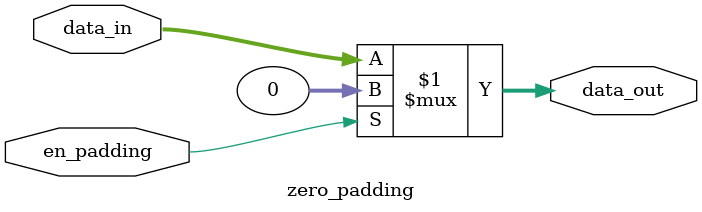
<source format=v>
module zero_padding#(
    parameter DATA_WIDTH = 32
)(
    input en_padding, 
    input  [DATA_WIDTH-1:0] data_in,
    output [DATA_WIDTH-1:0] data_out
);
    assign data_out = en_padding ? {DATA_WIDTH{1'b0}} : data_in;

endmodule
</source>
